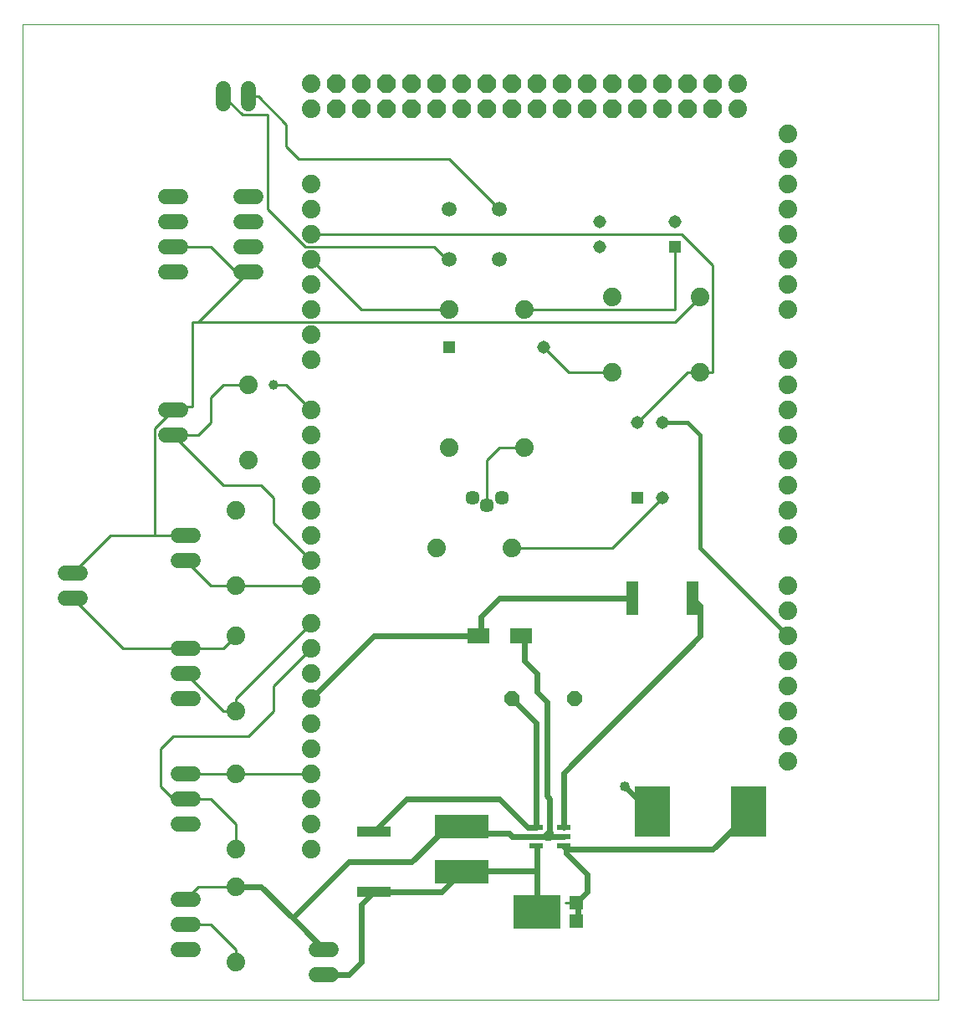
<source format=gtl>
G75*
%MOIN*%
%OFA0B0*%
%FSLAX25Y25*%
%IPPOS*%
%LPD*%
%AMOC8*
5,1,8,0,0,1.08239X$1,22.5*
%
%ADD10C,0.00000*%
%ADD11OC8,0.06000*%
%ADD12C,0.07400*%
%ADD13OC8,0.07400*%
%ADD14C,0.05976*%
%ADD15C,0.06000*%
%ADD16R,0.21693X0.09409*%
%ADD17R,0.05512X0.05472*%
%ADD18R,0.19134X0.13228*%
%ADD19R,0.09055X0.06102*%
%ADD20R,0.05150X0.05150*%
%ADD21C,0.05150*%
%ADD22R,0.14370X0.20079*%
%ADD23C,0.05701*%
%ADD24R,0.04921X0.13386*%
%ADD25R,0.13386X0.04331*%
%ADD26R,0.05200X0.02200*%
%ADD27C,0.02400*%
%ADD28C,0.01000*%
%ADD29C,0.03200*%
%ADD30C,0.04000*%
%ADD31C,0.01200*%
%ADD32C,0.01600*%
%ADD33C,0.03962*%
D10*
X0001000Y0041250D02*
X0001000Y0429951D01*
X0365921Y0429951D01*
X0365921Y0041250D01*
X0001000Y0041250D01*
D11*
X0196000Y0161250D03*
X0221000Y0161250D03*
D12*
X0196000Y0221250D03*
X0166000Y0221250D03*
X0171000Y0261250D03*
X0201000Y0261250D03*
X0236000Y0291250D03*
X0236000Y0321250D03*
X0271000Y0321250D03*
X0271000Y0291250D03*
X0306000Y0286250D03*
X0306000Y0276250D03*
X0306000Y0266250D03*
X0306000Y0256250D03*
X0306000Y0246250D03*
X0306000Y0236250D03*
X0306000Y0226250D03*
X0306000Y0206250D03*
X0306000Y0196250D03*
X0306000Y0186250D03*
X0306000Y0176250D03*
X0306000Y0166250D03*
X0306000Y0156250D03*
X0306000Y0146250D03*
X0306000Y0136250D03*
X0306000Y0296250D03*
X0306000Y0316250D03*
X0306000Y0326250D03*
X0306000Y0336250D03*
X0306000Y0346250D03*
X0306000Y0356250D03*
X0306000Y0366250D03*
X0306000Y0376250D03*
X0306000Y0386250D03*
X0286000Y0396250D03*
X0286000Y0406250D03*
X0201000Y0316250D03*
X0171000Y0316250D03*
X0116000Y0316250D03*
X0116000Y0306250D03*
X0116000Y0296250D03*
X0116000Y0276250D03*
X0116000Y0266250D03*
X0116000Y0256250D03*
X0116000Y0246250D03*
X0116000Y0236250D03*
X0116000Y0226250D03*
X0116000Y0216250D03*
X0116000Y0206250D03*
X0116000Y0191250D03*
X0116000Y0181250D03*
X0116000Y0171250D03*
X0116000Y0161250D03*
X0116000Y0151250D03*
X0116000Y0141250D03*
X0116000Y0131250D03*
X0116000Y0121250D03*
X0116000Y0111250D03*
X0116000Y0101250D03*
X0086000Y0101250D03*
X0086000Y0086250D03*
X0086000Y0056250D03*
X0086000Y0131250D03*
X0086000Y0156250D03*
X0086000Y0186250D03*
X0086000Y0206250D03*
X0086000Y0236250D03*
X0091000Y0256250D03*
X0091000Y0286250D03*
X0116000Y0326250D03*
X0116000Y0336250D03*
X0116000Y0346250D03*
X0116000Y0356250D03*
X0116000Y0366250D03*
X0116000Y0396250D03*
X0116000Y0406250D03*
D13*
X0126000Y0406250D03*
X0126000Y0396250D03*
X0136000Y0396250D03*
X0146000Y0396250D03*
X0146000Y0406250D03*
X0136000Y0406250D03*
X0156000Y0406250D03*
X0156000Y0396250D03*
X0166000Y0396250D03*
X0176000Y0396250D03*
X0176000Y0406250D03*
X0166000Y0406250D03*
X0186000Y0406250D03*
X0186000Y0396250D03*
X0196000Y0396250D03*
X0196000Y0406250D03*
X0206000Y0406250D03*
X0216000Y0406250D03*
X0216000Y0396250D03*
X0206000Y0396250D03*
X0226000Y0396250D03*
X0226000Y0406250D03*
X0236000Y0406250D03*
X0236000Y0396250D03*
X0246000Y0396250D03*
X0256000Y0396250D03*
X0256000Y0406250D03*
X0246000Y0406250D03*
X0266000Y0406250D03*
X0266000Y0396250D03*
X0276000Y0396250D03*
X0276000Y0406250D03*
D14*
X0191039Y0356289D03*
X0191039Y0336211D03*
X0170961Y0336211D03*
X0170961Y0356289D03*
D15*
X0094000Y0361250D02*
X0088000Y0361250D01*
X0088000Y0351250D02*
X0094000Y0351250D01*
X0094000Y0341250D02*
X0088000Y0341250D01*
X0088000Y0331250D02*
X0094000Y0331250D01*
X0064000Y0331250D02*
X0058000Y0331250D01*
X0058000Y0341250D02*
X0064000Y0341250D01*
X0064000Y0351250D02*
X0058000Y0351250D01*
X0058000Y0361250D02*
X0064000Y0361250D01*
X0081000Y0398250D02*
X0081000Y0404250D01*
X0091000Y0404250D02*
X0091000Y0398250D01*
X0064000Y0276250D02*
X0058000Y0276250D01*
X0058000Y0266250D02*
X0064000Y0266250D01*
X0063000Y0226250D02*
X0069000Y0226250D01*
X0069000Y0216250D02*
X0063000Y0216250D01*
X0063000Y0181250D02*
X0069000Y0181250D01*
X0069000Y0171250D02*
X0063000Y0171250D01*
X0063000Y0161250D02*
X0069000Y0161250D01*
X0069000Y0131250D02*
X0063000Y0131250D01*
X0063000Y0121250D02*
X0069000Y0121250D01*
X0069000Y0111250D02*
X0063000Y0111250D01*
X0063000Y0081250D02*
X0069000Y0081250D01*
X0069000Y0071250D02*
X0063000Y0071250D01*
X0063000Y0061250D02*
X0069000Y0061250D01*
X0118000Y0061250D02*
X0124000Y0061250D01*
X0124000Y0051250D02*
X0118000Y0051250D01*
X0024000Y0201250D02*
X0018000Y0201250D01*
X0018000Y0211250D02*
X0024000Y0211250D01*
D16*
X0176000Y0110148D03*
X0176000Y0092352D03*
D17*
X0221677Y0079872D03*
X0221677Y0072628D03*
D18*
X0206000Y0076250D03*
D19*
X0199465Y0186250D03*
X0182535Y0186250D03*
D20*
X0246000Y0241250D03*
X0171000Y0301250D03*
X0261000Y0341250D03*
D21*
X0261000Y0351250D03*
X0231000Y0351250D03*
X0231000Y0341250D03*
X0208402Y0301250D03*
X0246000Y0271250D03*
X0256000Y0271250D03*
X0256000Y0241250D03*
D22*
X0251906Y0116250D03*
X0290094Y0116250D03*
D23*
X0191709Y0241289D03*
X0186000Y0238337D03*
X0180291Y0241289D03*
D24*
X0243992Y0201250D03*
X0268008Y0201250D03*
D25*
X0141000Y0108258D03*
X0141000Y0084242D03*
D26*
X0205600Y0102550D03*
X0205600Y0109950D03*
X0216400Y0109950D03*
X0216400Y0106250D03*
X0216400Y0102550D03*
D27*
X0217700Y0101250D01*
X0217700Y0099550D01*
X0226000Y0091250D01*
X0226000Y0084195D01*
X0221677Y0079872D01*
X0222250Y0078750D02*
X0222250Y0073750D01*
X0206000Y0076250D02*
X0206000Y0092500D01*
X0176000Y0092500D01*
X0176000Y0092352D02*
X0167890Y0084242D01*
X0141000Y0084242D01*
X0136000Y0079242D01*
X0136000Y0056250D01*
X0131000Y0051250D01*
X0121000Y0051250D01*
X0121000Y0061250D02*
X0113500Y0068750D01*
X0108500Y0073750D01*
X0131000Y0096250D01*
X0156000Y0096250D01*
X0169750Y0110000D01*
X0178500Y0107500D02*
X0194750Y0107500D01*
X0196000Y0106250D01*
X0209750Y0106250D01*
X0211000Y0106250D02*
X0211000Y0121250D01*
X0209750Y0122500D01*
X0209750Y0160000D01*
X0206000Y0163750D01*
X0206000Y0171250D01*
X0201000Y0176250D01*
X0201000Y0184715D01*
X0199465Y0186250D01*
X0191000Y0201250D02*
X0243992Y0201250D01*
X0268008Y0201250D02*
X0271000Y0198258D01*
X0271000Y0186250D01*
X0216400Y0131650D01*
X0216400Y0109950D01*
X0216400Y0106250D02*
X0211000Y0106250D01*
X0206000Y0102500D02*
X0205650Y0102500D01*
X0205600Y0102550D01*
X0206000Y0102500D02*
X0206000Y0092500D01*
X0217700Y0101250D02*
X0276000Y0101250D01*
X0289750Y0115000D01*
X0251000Y0116250D02*
X0241000Y0126250D01*
X0205600Y0109950D02*
X0202300Y0109950D01*
X0191000Y0121250D01*
X0153992Y0121250D01*
X0141000Y0108258D01*
X0108500Y0073750D02*
X0096000Y0086250D01*
X0086000Y0086250D01*
X0116000Y0161250D02*
X0141000Y0186250D01*
X0182535Y0186250D01*
X0183500Y0186250D02*
X0183500Y0193750D01*
X0191000Y0201250D01*
X0196000Y0161250D02*
X0205600Y0151650D01*
X0205600Y0109950D01*
D28*
X0217250Y0080000D02*
X0221000Y0080000D01*
X0221677Y0079872D01*
X0222250Y0078750D01*
X0222250Y0073750D02*
X0221677Y0072628D01*
X0251000Y0116250D02*
X0251906Y0116250D01*
X0289750Y0116250D02*
X0290094Y0116250D01*
X0199750Y0186250D02*
X0199465Y0186250D01*
X0183500Y0186250D02*
X0182535Y0186250D01*
X0196000Y0221250D02*
X0236000Y0221250D01*
X0256000Y0241250D01*
X0246000Y0271250D02*
X0266000Y0291250D01*
X0271000Y0291250D01*
X0276000Y0291250D01*
X0276000Y0333750D01*
X0263500Y0346250D01*
X0116000Y0346250D01*
X0113500Y0341250D02*
X0098500Y0356250D01*
X0098500Y0393750D01*
X0088500Y0393750D01*
X0081000Y0401250D01*
X0091000Y0401250D02*
X0094750Y0401250D01*
X0106000Y0390000D01*
X0106000Y0381250D01*
X0111000Y0376250D01*
X0171000Y0376250D01*
X0190961Y0356289D01*
X0191039Y0356289D01*
X0170961Y0336211D02*
X0169750Y0336250D01*
X0164750Y0341250D01*
X0113500Y0341250D01*
X0116000Y0336250D02*
X0136000Y0316250D01*
X0171000Y0316250D01*
X0201000Y0316250D02*
X0261000Y0316250D01*
X0261000Y0341250D01*
X0271000Y0321250D02*
X0261000Y0311250D01*
X0071000Y0311250D01*
X0091000Y0331250D01*
X0086000Y0331250D01*
X0076000Y0341250D01*
X0061000Y0341250D01*
X0068500Y0311250D02*
X0071000Y0311250D01*
X0068500Y0311250D02*
X0068500Y0277500D01*
X0062250Y0277500D01*
X0061000Y0276250D01*
X0053500Y0268750D01*
X0053500Y0226250D01*
X0036000Y0226250D01*
X0021000Y0211250D01*
X0021000Y0201250D02*
X0041000Y0181250D01*
X0066000Y0181250D01*
X0081000Y0181250D01*
X0086000Y0186250D01*
X0086000Y0206250D02*
X0076000Y0206250D01*
X0066000Y0216250D01*
X0066000Y0226250D02*
X0053500Y0226250D01*
X0081000Y0246250D02*
X0061000Y0266250D01*
X0071000Y0266250D01*
X0076000Y0271250D01*
X0076000Y0281250D01*
X0081000Y0286250D01*
X0091000Y0286250D01*
X0101000Y0286250D02*
X0106000Y0286250D01*
X0116000Y0276250D01*
X0096000Y0246250D02*
X0081000Y0246250D01*
X0096000Y0246250D02*
X0101000Y0241250D01*
X0101000Y0231250D01*
X0116000Y0216250D01*
X0116000Y0206250D02*
X0086000Y0206250D01*
X0116000Y0191250D02*
X0086000Y0161250D01*
X0086000Y0156250D01*
X0081000Y0156250D01*
X0066000Y0171250D01*
X0061000Y0146250D02*
X0056000Y0141250D01*
X0056000Y0126250D01*
X0061000Y0121250D01*
X0066000Y0121250D01*
X0076000Y0121250D01*
X0086000Y0111250D01*
X0086000Y0101250D01*
X0086000Y0086250D02*
X0071000Y0086250D01*
X0066000Y0081250D01*
X0066000Y0071250D02*
X0076000Y0071250D01*
X0086000Y0061250D01*
X0086000Y0056250D01*
X0086000Y0131250D02*
X0066000Y0131250D01*
X0061000Y0146250D02*
X0091000Y0146250D01*
X0101000Y0156250D01*
X0101000Y0166250D01*
X0116000Y0181250D01*
X0116000Y0131250D02*
X0086000Y0131250D01*
X0176000Y0110148D02*
X0176000Y0110000D01*
X0178500Y0107500D01*
X0176000Y0092500D02*
X0176000Y0092352D01*
X0186000Y0238337D02*
X0186000Y0256250D01*
X0191000Y0261250D01*
X0201000Y0261250D01*
X0218500Y0291250D02*
X0236000Y0291250D01*
X0218500Y0291250D02*
X0208500Y0301250D01*
X0208402Y0301250D01*
D29*
X0289750Y0116250D02*
X0289750Y0115000D01*
X0211000Y0107500D02*
X0210375Y0106875D01*
X0211000Y0106250D01*
X0210375Y0106875D02*
X0209750Y0106250D01*
X0176000Y0110000D02*
X0169750Y0110000D01*
D30*
X0241000Y0126250D03*
D31*
X0211000Y0107500D02*
X0209750Y0107500D01*
D32*
X0306000Y0186250D02*
X0271000Y0221250D01*
X0271000Y0266250D01*
X0266000Y0271250D01*
X0256000Y0271250D01*
D33*
X0101000Y0286250D03*
M02*

</source>
